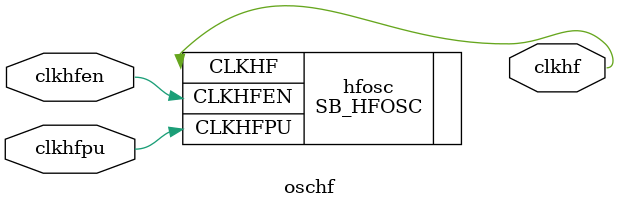
<source format=v>
`default_nettype none

module main (
    input CLOCK,
    input CLOCK2,

    //SPI to RPI
    input MOSI,
    input CS,
    input SCK,
    output MISO,

    //RPI GPIO
    output IOB_16,
    output IOB_18,
    input IOB_20,

    //PPS OUT
    output PPS_OUT2,
    output PPS_OUT,

    //TDC7200
    output TDC_CS,
    output TDC_SCLK,
    output TDC_MOSI,
    input  TDC_MISO,
    input  TDC_START,
    output TDC_STOP,
    input  TDC_TRIG,
    output TDC_EN,
    input  TDC_INT,

    //NIXIE Clock
    output NIXIE_CLK,
    output NIXIE_DIN,
    output NIXIE_LE,
    output NIXIE_BL,
    output NIXIE_POL,

    //MAC Lock
    input MAC_LOCK,

    //LEDs
    output pin_ledR,
    output pin_ledG,
    output pin_ledB,

    //ADC
    output ADC_CS,
    output ADC_SCLK,
    output ADC_MOSI,
    input  ADC_MISO,

    //DEBUG
    output IOB_2,
    output IOB_0,
    output IOB_3,
    output IOB_49,
    output IOB_51    
);

  wire CLOCK_BUF;
  SB_GB SB_GB(
    .USER_SIGNAL_TO_GLOBAL_BUFFER(CLOCK),
    .GLOBAL_BUFFER_OUTPUT(CLOCK_BUF)
  );

  wire reset;
  reg [3:0] resetn_counter = 0;
  assign reset = &resetn_counter;

  always @(posedge CLOCK) begin
      if (!reset)
        resetn_counter <= resetn_counter + 1;
  end

  reg [23:0] pps_counterval;
  always @(posedge reset) begin
    pps_counterval<= 24'h98967F;
  end


  wire pps_out;
  wire align_GPS;
  reg align_GPS_startup,align_GPS_startup_next;

  //Capture Rising Pulse from PPS
  wire GPS_PPS = TDC_START;
  reg GPS_PPS_d;
  always @(posedge CLOCK_BUF) begin
      GPS_PPS_d <= GPS_PPS;
  end


  wire rst_ppscounter = ~((GPS_PPS & (~GPS_PPS_d)) & (align_GPS)) & reset;
  wire pps_pulse;
  pulsepersecond fpga_pps(
    .clk_in(CLOCK_BUF),
    .clk_out(pps_pulse),
    .pps_out(pps_out),
    .counter_value(pps_counterval),
    .rst(rst_ppscounter)
  );
  assign PPS_OUT2 = pps_out;
  assign PPS_OUT = pps_out;
  assign IOB_18 = GPS_PPS;

  wire TDC_Read;
  wire TDC_test;
  wire TDC_MOSI_test;
  wire [23:0] TDC_TIME1,TDC_TIME2,TDC_CLOCK_COUNT1,TDC_CALIBRATION1,TDC_CALIBRATION2;
  wire [119:0] TDC_DATA = {TDC_TIME1,TDC_TIME2,TDC_CLOCK_COUNT1,TDC_CALIBRATION1,TDC_CALIBRATION2};
  wire TDC_dataRead;
  TDC7200 tdc(
    .rst(reset),
    .clk(CLOCK_BUF),
    .en(TDC_EN),
    .interrupt(TDC_Read),
    .CS(TDC_CS),
    .SCK(TDC_SCLK),
    .MOSI(TDC_MOSI),
    .MISO(TDC_MISO),
    .debug(TDC_test),
    .TIME1(TDC_TIME1),
    .TIME2(TDC_TIME2),
    .CLOCK_COUNT1(TDC_CLOCK_COUNT1),
    .CALIBRATION1(TDC_CALIBRATION1),
    .CALIBRATION2(TDC_CALIBRATION2),
    .dataRead(TDC_dataRead)
    );

  wire ADC_dataRead,ADC_Debug;
  wire [63:0] ADC_data;
  wire [63:0] adc_timestamp;
  wire [15:0] adc_pps_tag_timestamp;
  wire fifo_full;
  ADC8681 adc(
    .rst(reset),
    .clk(CLOCK_BUF),
    .CS(ADC_CS),
    .SCK(ADC_SCLK),
    .MOSI(ADC_MOSI),
    .MISO(ADC_MISO),
    .debug(ADC_Debug),
    .ADC_data_all(ADC_data),
    .dataRead(ADC_dataRead),
    .timestamp_all(adc_timestamp),
    .fifo_full(fifo_full),
    .pps(pps_pulse),
    .pps_tag_timestamp(adc_pps_tag_timestamp)
    );
 
  wire [31:0] ADC_data_withTimestamp_0 = {ADC_data[15:0],adc_timestamp[15:0]};
  wire [31:0] ADC_data_withTimestamp_1 = {ADC_data[31:16],adc_timestamp[31:16]};
  wire [31:0] ADC_data_withTimestamp_2 = {ADC_data[47:32],adc_timestamp[47:32]};
  wire [31:0] ADC_data_withTimestamp_3 = {ADC_data[63:48],adc_timestamp[63:48]};

  wire [127:0] ADC_data_withTimestamp_all = {ADC_data_withTimestamp_0,ADC_data_withTimestamp_1,ADC_data_withTimestamp_2,ADC_data_withTimestamp_3};

  wire fifo_empty,fifo_avail;
  wire fifo_read,fifo_reset;
  wire [127:0] fifo_data_out;
  wire [10:0] fifo_data_count;
  fifo #(.data_width(128),.fifo_depth(512)) 
  fifo_TX (
      .clk(CLOCK_BUF), 
      .rst((reset==1) & (fifo_reset==0)),

      // Write side => from ADC
      .wr_en(ADC_dataRead),
      .din(ADC_data_withTimestamp_all),
      .full(fifo_full),

      // Read side => SPI read
      .rd_en(fifo_read),
      .dout(fifo_data_out),
      .empty(fifo_empty),

      .avail(fifo_avail),
      .count(fifo_data_count)
  );

  assign IOB_16 = fifo_avail;
  
  wire R,G,B;


  delayPPS delayedPPS(
    .clk(CLOCK_BUF),
    .pps_in(TDC_START),
    .pps_out(TDC_STOP),
    .rst(reset)
  );
  delayPPS delayedPP2(
    .clk(CLOCK_BUF),
    .pps_in(TDC_STOP),
    .pps_out(TDC_Read),
    .rst(reset)
  );




  reg [7:0]  cmd_reg /* synthesis syn_preserve = 1 */;
  reg [7:0] status_reg;
  wire [7:0] mosi_byte;
  reg [7:0] miso_byte;
  wire cmd_byte;
  wire mosi_byte_valid;
  wire miso_byte_req;


  wire read = cmd_reg[7];
  wire write = ~cmd_reg[7];
  wire status_write = mosi_byte_valid && !cmd_byte && write;
  wire [6:0] reg_address = cmd_reg[6:0];


  always @(posedge CLOCK_BUF)begin
      if(~reset)begin
          cmd_reg <= 0;
      end else begin
          if(mosi_byte_valid && cmd_byte)begin
              cmd_reg <= mosi_byte;
          end
      end
  end

  //READ
  reg miso_byte_req_d1;
  reg miso_byte_valid;
  reg [7:0] byte_cnt;

  always @(posedge CLOCK_BUF)begin
      if(~reset)begin
          miso_byte_valid <= 0;
          miso_byte_req_d1 <= 0;
      end else begin
          miso_byte_req_d1 <= miso_byte_req;
          miso_byte_valid <= miso_byte_req_d1;
      end
  end

  always @(posedge CLOCK_BUF)begin
      if(~reset)begin
          miso_byte <= 0;
          byte_cnt <= 0;
          status_reg <= 0;
      end else begin
          if(miso_byte_req_d1)begin
              case(reg_address)
                  0:miso_byte <= gpsCounterByte;
                  1:miso_byte <= tdcDataByte;
                  2:miso_byte <= fifoCount_andTagTimestamp_DataByte;
                  4:miso_byte <= timeDataByte;
                  5: begin
                    miso_byte <= status_reg;
                    status_reg <= 0;
                  end
              endcase
          end
          else begin
            if(fifo_full)begin
                status_reg <= 1;
            end
          end
          if (mosi_byte_valid && ~cmd_byte) begin
              byte_cnt <= byte_cnt + 1;
          end
          else if(mosi_byte_valid && cmd_byte)begin
              byte_cnt <= 0;
          end
      end
  end

  reg [7:0] gpsCounterByte;
  always @ (*) begin
      case(byte_cnt)
          0: gpsCounterByte <= GPS_counter[7:0];
          1: gpsCounterByte <= GPS_counter[15:8];
          2: gpsCounterByte <= GPS_counter[23:16];
          3: gpsCounterByte <= GPS_counter[31:24];
          default:gpsCounterByte <= 0;
      endcase
  end

  reg [7:0] tdcDataByte;
  always @ (*) begin
      case(byte_cnt)
          0: tdcDataByte <= TDC_DATA[7:0];
          1: tdcDataByte <= TDC_DATA[15:8];
          2: tdcDataByte <= TDC_DATA[23:16];
          3: tdcDataByte <= TDC_DATA[31:24];
          4: tdcDataByte <= TDC_DATA[39:32];
          5: tdcDataByte <= TDC_DATA[47:40];
          6: tdcDataByte <= TDC_DATA[55:48];
          7: tdcDataByte <= TDC_DATA[63:56];
          8: tdcDataByte <= TDC_DATA[71:64];
          9: tdcDataByte <= TDC_DATA[79:72];
          10: tdcDataByte <= TDC_DATA[87:80];
          11: tdcDataByte <= TDC_DATA[95:88];
          12: tdcDataByte <= TDC_DATA[103:96];
          13: tdcDataByte <= TDC_DATA[111:104];
          14: tdcDataByte <= TDC_DATA[119:112];
          default:tdcDataByte <= 0;
      endcase
  end

  reg [7:0] fifoCount_andTagTimestamp_DataByte;
  always @ (*) begin
      case(byte_cnt)
          0: fifoCount_andTagTimestamp_DataByte <= fifo_data_count[7:0];
          1: fifoCount_andTagTimestamp_DataByte <= fifo_data_count[10:8];
          2: fifoCount_andTagTimestamp_DataByte <= adc_pps_tag_timestamp[7:0];
          3: fifoCount_andTagTimestamp_DataByte <= adc_pps_tag_timestamp[15:8];
          4: fifoCount_andTagTimestamp_DataByte <= sec_out;
          5: fifoCount_andTagTimestamp_DataByte <= min_out;
          6: fifoCount_andTagTimestamp_DataByte <= hour_out;
          default:fifoCount_andTagTimestamp_DataByte <= 0;
      endcase
  end

  reg [7:0] timeDataByte;
  always @ (*) begin
      case(byte_cnt)
          0: timeDataByte <= sec_out;
          1: timeDataByte <= min_out;
          2: timeDataByte <= hour_out;
          default:timeDataByte <= 0;
      endcase
  end


  //WRITE
  reg [7:0] configReg;
  assign align_GPS = configReg[0];
  wire closeLED = configReg[1];
  wire fifo_reset = configReg[2];
  wire nixieHostControl = configReg[3];
  wire enablePWM = configReg[4];
  wire [1:0]debugMode = configReg[6:5];

  wire config_set = mosi_byte_valid && !cmd_byte && write && (reg_address == 0);
  wire config_clr = mosi_byte_valid && !cmd_byte && write && (reg_address == 14);

  wire second_write = mosi_byte_valid && !cmd_byte && write && (reg_address == 1);
  wire minute_write = mosi_byte_valid && !cmd_byte && write && (reg_address == 2);
  wire hour_write = mosi_byte_valid && !cmd_byte && write && (reg_address == 3);

  wire nixie12_digit_write = mosi_byte_valid && !cmd_byte && write && (reg_address == 4);
  wire nixie34_digit_write = mosi_byte_valid && !cmd_byte && write && (reg_address == 5);
  wire nixie56_digit_write = mosi_byte_valid && !cmd_byte && write && (reg_address == 6);
  wire nixie78_digit_write = mosi_byte_valid && !cmd_byte && write && (reg_address == 7);

  wire nixie1234_dp_write = mosi_byte_valid && !cmd_byte && write && (reg_address == 8);
  wire nixie5678_dp_write = mosi_byte_valid && !cmd_byte && write && (reg_address == 9);

  wire PWM_Low_write = mosi_byte_valid && !cmd_byte && write && (reg_address == 10);
  wire PWM_High_write = mosi_byte_valid && !cmd_byte && write && (reg_address == 11);

  wire PWM_Div_Low_write = mosi_byte_valid && !cmd_byte && write && (reg_address == 12);
  wire PWM_Div_High_write = mosi_byte_valid && !cmd_byte && write && (reg_address == 13);


  reg rtc_write;
  reg [7:0] second;
  reg [7:0] minute;
  reg [7:0] hour;

  reg nixie_write;
  reg [7:0] nixie12_digit;
  reg [7:0] nixie34_digit;
  reg [7:0] nixie56_digit;
  reg [7:0] nixie78_digit;

  reg [7:0] nixie1234_dp;
  reg [7:0] nixie5678_dp;

  reg pwm_write;
  reg [7:0] PWM_Low_reg;
  reg [7:0] PWM_High_reg;

  reg pwm_div_write;
  reg [7:0] PWM_Div_Low_reg;
  reg [7:0] PWM_Div_High_reg;

  always @(posedge CLOCK_BUF)begin
      if(~reset)begin
          configReg <= 0;
      end else begin
          if(fifo_reset) configReg[2] <= 0;
          if(config_set)begin
              configReg <= configReg | mosi_byte;
          end
          if(config_clr)begin
              configReg <= configReg & ~mosi_byte;
          end
          if(second_write)begin
              second <= mosi_byte;
          end
          if(minute_write)begin
              minute <= mosi_byte;
          end
          if(hour_write)begin
              hour <= mosi_byte;
          end

          if(nixie12_digit_write)begin
              nixie12_digit <= mosi_byte;
          end
          if(nixie34_digit_write)begin
              nixie34_digit <= mosi_byte;
          end
          if(nixie56_digit_write)begin
              nixie56_digit <= mosi_byte;
          end
          if(nixie78_digit_write)begin
              nixie78_digit <= mosi_byte;
          end
          if(nixie1234_dp_write)begin
              nixie1234_dp <= mosi_byte;
          end
          if(nixie5678_dp_write)begin
              nixie5678_dp <= mosi_byte;
          end

          if(PWM_Low_write)begin
              PWM_Low_reg <= mosi_byte;
          end
          if(PWM_High_write)begin
              PWM_High_reg <= mosi_byte;
          end
          if(PWM_Div_Low_write)begin
              PWM_Div_Low_reg <= mosi_byte;
          end
          if(PWM_Div_High_write)begin
              PWM_Div_High_reg <= mosi_byte;
          end
          
      end
      if(hour_write | minute_write | second_write) begin
        rtc_write <= 1;
      end
      else begin
        rtc_write <= 0;
      end
      if(nixie78_digit_write | nixie5678_dp_write) begin
        nixie_write <= 1;
      end
      else begin
        nixie_write <= 0;
      end

      if(PWM_High_write) begin
        pwm_write <= 1;
      end
      else begin
        pwm_write <= 0;
      end
      if(PWM_Div_High_write) begin
        pwm_div_write <= 1;
      end
      else begin
        pwm_div_write <= 0;
      end
  end


  wire MISO_CONF;

  spi_slave rpi_spi_dev(
    .i_sys_clk(CLOCK_BUF), //System clock input
    .i_sys_rst(~reset), //Active high reset input

    .miso_byte(miso_byte),
    .miso_byte_valid(miso_byte_valid),
    .miso_byte_req(miso_byte_req),

    .mosi_byte(mosi_byte),
    .mosi_byte_valid(mosi_byte_valid),
    .cmd_byte(cmd_byte),
  
                         //SPI port
    .o_miso(MISO_CONF),
    .i_mosi(MOSI),
    .i_csn(CS),
    .i_sclk(SCK)
  );


  wire MISO_ADC,CS2;
  wire CLKHF;
  oschf osc2(
    .clkhfpu(1'b1),
    .clkhfen(reset),
    .clkhf(CLKHF)
  );

  reg fifo_read_req;
  wire SCK_ADC;

  wire adc_miso_byte_valid,adc_mosi_byte_valid,adc_miso_byte_req;
  wire adc_cmd_byte;

  //CMD
  reg [7:0]  adc_cmd_reg /* synthesis syn_keep = 1 */;
  wire [7:0] adc_mosi_byte;
  reg [7:0] adc_miso_byte;
  always @(posedge CLKHF)begin
      if(~reset)begin
          adc_cmd_reg <= 0;
      end else begin
          if(adc_mosi_byte_valid && adc_cmd_byte)begin
              adc_cmd_reg <= adc_mosi_byte;
          end
      end
  end

  //READ
  reg adc_miso_byte_req_d1;
  reg adc_miso_byte_valid;
  reg [7:0] adc_byte_cnt;

  always @(posedge CLKHF)begin
      if(~reset)begin
          adc_miso_byte_valid <= 0;
          adc_miso_byte_req_d1 <= 0;
      end else begin
          adc_miso_byte_req_d1 <= adc_miso_byte_req;
          adc_miso_byte_valid <= adc_miso_byte_req_d1;
      end
  end

  always @(posedge CLKHF)begin
      if(~reset)begin
          adc_miso_byte <= 0;
          adc_byte_cnt <= 0;
      end else begin
          if(adc_miso_byte_req_d1)begin
              case(adc_cmd_reg)
                  0:adc_miso_byte <= adc_adcDataByte;
                  1:adc_miso_byte <= adc_fifoCount_andTagTimestamp_DataByte;
                  default:adc_miso_byte <= 0;
              endcase
          end
          if (adc_miso_byte_req_d1 && ~adc_cmd_byte) begin
              adc_byte_cnt <= adc_byte_cnt + 1;
          end
          if(adc_mosi_byte_valid && adc_cmd_byte)begin
              adc_byte_cnt <= 0;
          end
          else if (adc_byte_cnt == 8'd16) begin
              fifo_read_req <= 1;
              adc_byte_cnt <= 0;
          end
          else begin
              fifo_read_req <= 0;
          end
      end
  end

  reg [7:0] adc_fifoCount_andTagTimestamp_DataByte;
  always @ (*) begin
      case(adc_byte_cnt)
          0: adc_fifoCount_andTagTimestamp_DataByte <= fifo_data_count[7:0];
          1: adc_fifoCount_andTagTimestamp_DataByte <= fifo_data_count[10:8];
          default:adc_fifoCount_andTagTimestamp_DataByte <= 0;
      endcase
  end

  reg [7:0] adc_adcDataByte;
  always @ (*) begin
      case(adc_byte_cnt)
          0: adc_adcDataByte <= fifo_data_out[7:0];
          1: adc_adcDataByte <= fifo_data_out[15:8];
          2: adc_adcDataByte <= fifo_data_out[23:16];
          3: adc_adcDataByte <= fifo_data_out[31:24];
          4: adc_adcDataByte <= fifo_data_out[39:32];
          5: adc_adcDataByte <= fifo_data_out[47:40];
          6: adc_adcDataByte <= fifo_data_out[55:48];
          7: adc_adcDataByte <= fifo_data_out[63:56];
          8: adc_adcDataByte <= fifo_data_out[71:64];
          9: adc_adcDataByte <= fifo_data_out[79:72];
          10: adc_adcDataByte <= fifo_data_out[87:80];
          11: adc_adcDataByte <= fifo_data_out[95:88];
          12: adc_adcDataByte <= fifo_data_out[103:96];
          13: adc_adcDataByte <= fifo_data_out[111:104];
          14: adc_adcDataByte <= fifo_data_out[119:112];
          15: adc_adcDataByte <= fifo_data_out[127:120];
          default:adc_adcDataByte <= 0;
      endcase
  end


  spi_slave2 rpi_adc_dev(
    .i_sys_clk(CLKHF), //System clock input
    .i_sys_rst(~reset), //Active high reset input

    .miso_byte(adc_miso_byte),
    .miso_byte_valid(adc_miso_byte_valid),
    .miso_byte_req(adc_miso_byte_req),

    .mosi_byte(adc_mosi_byte),
    .mosi_byte_valid(adc_mosi_byte_valid),
    .cmd_byte(adc_cmd_byte),
  
                         //SPI port
    .o_miso(MISO_ADC),
    .i_mosi(MOSI),
    .i_csn(IOB_20),
    .i_sclk(SCK)
  );


  localparam DISABLE_DEBUG = 2'b00;
  localparam PPS_DEBUG = 2'b01;
  localparam SPI_DEBUG = 2'b10;
  localparam ADC_DEBUG = 2'b11;

  reg debug_1,debug_2,debug_3,debug_4,debug_5;
  always @(*) begin
      case(debugMode)
          DISABLE_DEBUG: begin
            debug_1 <= 0;
            debug_2 <= 0;
            debug_3 <= 0;
            debug_4 <= 0;
            debug_5 <= 0;
          end
          PPS_DEBUG: begin
            debug_1 <= GPS_PPS;
            debug_2 <= pps_out;
            debug_3 <= 0;
            debug_4 <= 0;
            debug_5 <= 0;
          end
          SPI_DEBUG: begin
            debug_1 <= MISO_CONF;
            debug_2 <= MOSI;
            debug_3 <= CS;
            debug_4 <= SCK;
            debug_5 <= 0;
          end
          ADC_DEBUG: begin
            debug_1 <= MISO_ADC;
            debug_2 <= MOSI;
            debug_3 <= IOB_20;
            debug_4 <= SCK;
            debug_5 <= 0;
          end
          default: begin
            debug_1 <= 0;
            debug_2 <= 0;
            debug_3 <= 0;
            debug_4 <= 0;
            debug_5 <= 0;
          end
      endcase
  end

  assign IOB_2 = debug_1;
  assign IOB_0 = debug_2;
  assign IOB_3 = debug_3;
  assign IOB_49 = debug_4;
  assign IOB_51 = debug_5;
  
  reg fifo_read_hf,fifo_read_lf_1,fifo_read_lf_2,fifo_read_lf_3;

  always @(posedge CLKHF) begin
      if(fifo_read_req) begin
        fifo_read_hf <= ~fifo_read_hf;
      end
  end
  always @(posedge CLOCK_BUF) begin
      fifo_read_lf_1 <= fifo_read_hf;
      fifo_read_lf_2 <= fifo_read_lf_1;
      fifo_read_lf_3 <= fifo_read_lf_2;
  end
  assign fifo_read = fifo_read_lf_2 ^ fifo_read_lf_3;

  assign MISO = CS ? MISO_ADC : MISO_CONF;


  //GPS_PPS Measurement
  wire [31:0] GPS_counter;
  wire GPS_update;
  CounterModule ppscounter(
      .inputsig(TDC_START),
      .clk(CLOCK_BUF),
      .rst(reset),
      .falling_rising(1'b0),
      .counter(GPS_counter),
      .trigger(GPS_update)
  );

  wire [31:0] RTC_display_digit,RTC_display_digitPoint;
  wire [5:0] sec_out,min_out,hour_out;
  RTC rtc(
    .clk(CLOCK_BUF),
    .rst(reset),
    .pps(pps_pulse),
    .sec_in(second),
    .min_in(minute),
    .hour_in(hour),

    .sec_out(sec_out),
    .min_out(min_out),
    .hour_out(hour_out),

    .display_time(RTC_display_digit),
    .display_digit(RTC_display_digitPoint),
    .write_data(rtc_write)
  );


  wire updateNixie = nixieHostControl? nixie_write : pps_pulse;
  wire [31:0] NixieDigit = nixieHostControl? {nixie12_digit,nixie34_digit,nixie56_digit,nixie78_digit} : RTC_display_digit;
  wire [31:0] NixieDigitPoint = nixieHostControl? {nixie1234_dp,nixie5678_dp} : RTC_display_digitPoint;
  NixieCounter nixie(
    .clk(CLOCK_BUF),
    .rst(reset),
    .NixieBCD(NixieDigit),
    .digitpoint(NixieDigitPoint),
    .NIXIE_LE(NIXIE_LE),
    .NIXIE_CLK(NIXIE_CLK),
    .NIXIE_DIN(NIXIE_DIN),
    .pps(updateNixie),
    .Done()
  );

  wire nixie_pwm;
  pdm pdmdata(
    .clk(CLOCK_BUF),
    .PWM_in({PWM_High_reg,PWM_Low_reg}),
    .divider({PWM_Div_High_reg,PWM_Div_Low_reg}),
    .PWM_out(nixie_pwm),
    .pwm_write(pwm_write),
    .pwm_div_write(pwm_div_write),
    .rst(reset)
  );


  assign NIXIE_BL = enablePWM ? nixie_pwm : 1'b1;

  assign R = ~fifo_full | closeLED;
  assign G = ~GPS_PPS | closeLED;
  assign B = ~TDC_STOP | closeLED;
  SB_IO_OD #(
    .PIN_TYPE(6'b011001),
    .NEG_TRIGGER(1'b0)
  ) pin_out_driverB (
    .PACKAGEPIN(pin_ledB),
    .DOUT0(B)
  );
  SB_IO_OD #(
    .PIN_TYPE(6'b011001),
    .NEG_TRIGGER(1'b0)
  ) pin_out_driverR (
    .PACKAGEPIN(pin_ledR),
    .DOUT0(R)
  );
  SB_IO_OD #(
    .PIN_TYPE(6'b011001),
    .NEG_TRIGGER(1'b0)
  ) pin_out_driverG (
    .PACKAGEPIN(pin_ledG),
    .DOUT0(G)
  );

endmodule


module oschf (
    input clkhfpu,
    input clkhfen,
    output clkhf
);

SB_HFOSC #(
  .CLKHF_DIV("0b00")
) hfosc (
  .CLKHFPU(clkhfpu),
  .CLKHFEN(clkhfen),
  .CLKHF(clkhf)
); 

endmodule
</source>
